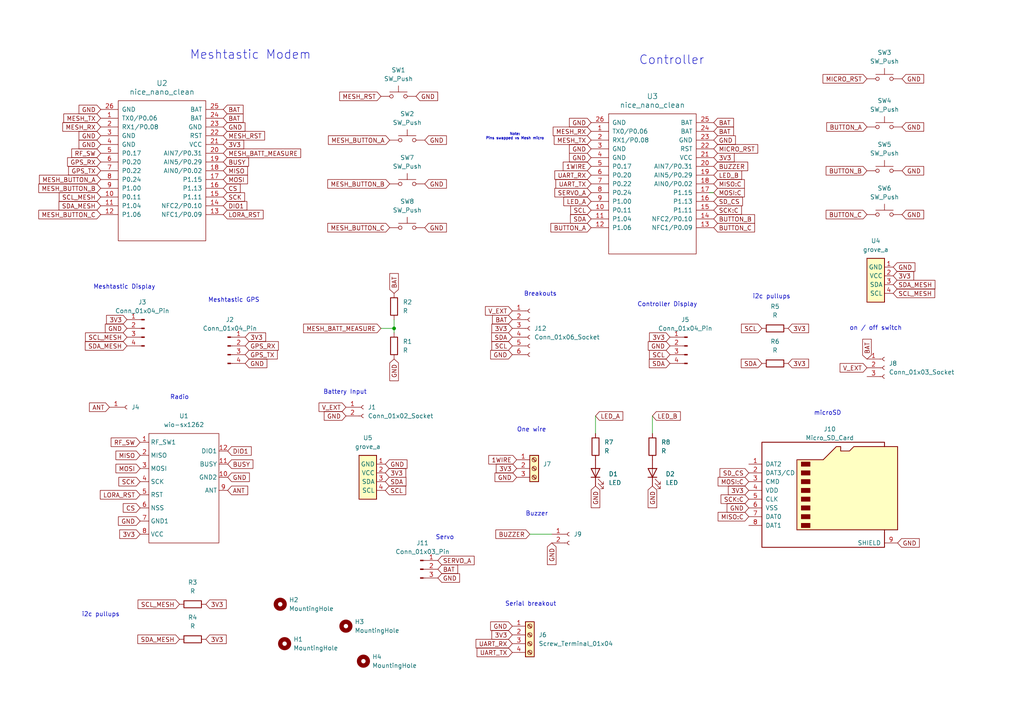
<source format=kicad_sch>
(kicad_sch (version 20231120) (generator "eeschema") (generator_version "8.0")
  (paper "A4")
  (lib_symbols
    (symbol "Connector:Conn_01x01_Socket" (pin_names (offset 1.016) hide)
      (property "Reference" "J" (at 0 2.54 0))
      (property "Value" "Conn_01x01_Socket" (at 0 -2.54 0))
      (symbol "Conn_01x01_Socket_1_1"
        (polyline (pts (xy -1.27 0) (xy -0.508 0)) (stroke (width 0.1524)))
        (arc (start 0 0.508) (mid -0.5058 0) (end 0 -0.508) (stroke (width 0.1524)))
        (pin passive line (at -5.08 0 0) (length 3.81) (name "Pin_1") (number "1"))
      )
    )
    (symbol "Connector:Conn_01x02_Socket" (pin_names (offset 1.016) hide)
      (property "Reference" "J" (at 0 2.54 0))
      (property "Value" "Conn_01x02_Socket" (at 0 -5.08 0))
      (symbol "Conn_01x02_Socket_1_1"
        (arc (start 0 -2.032) (mid -0.5058 -2.54) (end 0 -3.048) (stroke (width 0.1524)))
        (polyline (pts (xy -1.27 -2.54) (xy -0.508 -2.54)) (stroke (width 0.1524)))
        (polyline (pts (xy -1.27 0) (xy -0.508 0)) (stroke (width 0.1524)))
        (arc (start 0 0.508) (mid -0.5058 0) (end 0 -0.508) (stroke (width 0.1524)))
        (pin passive line (at -5.08 0 0) (length 3.81) (name "Pin_1") (number "1"))
        (pin passive line (at -5.08 -2.54 0) (length 3.81) (name "Pin_2") (number "2"))
      )
    )
    (symbol "Connector:Conn_01x03_Pin" (pin_names (offset 1.016) hide)
      (property "Reference" "J" (at 0 5.08 0))
      (property "Value" "Conn_01x03_Pin" (at 0 -5.08 0))
      (symbol "Conn_01x03_Pin_1_1"
        (polyline (pts (xy 1.27 -2.54) (xy 0.8636 -2.54)) (stroke (width 0.1524)))
        (polyline (pts (xy 1.27 0) (xy 0.8636 0)) (stroke (width 0.1524)))
        (polyline (pts (xy 1.27 2.54) (xy 0.8636 2.54)) (stroke (width 0.1524)))
        (rectangle (start 0.8636 -2.413) (end 0 -2.667) (stroke (width 0.1524)) (fill (type outline)))
        (rectangle (start 0.8636 0.127) (end 0 -0.127) (stroke (width 0.1524)) (fill (type outline)))
        (rectangle (start 0.8636 2.667) (end 0 2.413) (stroke (width 0.1524)) (fill (type outline)))
        (pin passive line (at 5.08 2.54 180) (length 3.81) (name "Pin_1") (number "1"))
        (pin passive line (at 5.08 0 180) (length 3.81) (name "Pin_2") (number "2"))
        (pin passive line (at 5.08 -2.54 180) (length 3.81) (name "Pin_3") (number "3"))
      )
    )
    (symbol "Connector:Conn_01x03_Socket" (pin_names (offset 1.016) hide)
      (property "Reference" "J" (at 0 5.08 0))
      (property "Value" "Conn_01x03_Socket" (at 0 -5.08 0))
      (symbol "Conn_01x03_Socket_1_1"
        (arc (start 0 -2.032) (mid -0.5058 -2.54) (end 0 -3.048) (stroke (width 0.1524)))
        (polyline (pts (xy -1.27 -2.54) (xy -0.508 -2.54)) (stroke (width 0.1524)))
        (polyline (pts (xy -1.27 0) (xy -0.508 0)) (stroke (width 0.1524)))
        (polyline (pts (xy -1.27 2.54) (xy -0.508 2.54)) (stroke (width 0.1524)))
        (arc (start 0 0.508) (mid -0.5058 0) (end 0 -0.508) (stroke (width 0.1524)))
        (arc (start 0 3.048) (mid -0.5058 2.54) (end 0 2.032) (stroke (width 0.1524)))
        (pin passive line (at -5.08 2.54 0) (length 3.81) (name "Pin_1") (number "1"))
        (pin passive line (at -5.08 0 0) (length 3.81) (name "Pin_2") (number "2"))
        (pin passive line (at -5.08 -2.54 0) (length 3.81) (name "Pin_3") (number "3"))
      )
    )
    (symbol "Connector:Conn_01x04_Pin" (pin_names (offset 1.016) hide)
      (property "Reference" "J" (at 0 5.08 0))
      (property "Value" "Conn_01x04_Pin" (at 0 -7.62 0))
      (symbol "Conn_01x04_Pin_1_1"
        (polyline (pts (xy 1.27 -5.08) (xy 0.8636 -5.08)) (stroke (width 0.1524)))
        (polyline (pts (xy 1.27 -2.54) (xy 0.8636 -2.54)) (stroke (width 0.1524)))
        (polyline (pts (xy 1.27 0) (xy 0.8636 0)) (stroke (width 0.1524)))
        (polyline (pts (xy 1.27 2.54) (xy 0.8636 2.54)) (stroke (width 0.1524)))
        (rectangle (start 0.8636 -4.953) (end 0 -5.207) (stroke (width 0.1524)) (fill (type outline)))
        (rectangle (start 0.8636 -2.413) (end 0 -2.667) (stroke (width 0.1524)) (fill (type outline)))
        (rectangle (start 0.8636 0.127) (end 0 -0.127) (stroke (width 0.1524)) (fill (type outline)))
        (rectangle (start 0.8636 2.667) (end 0 2.413) (stroke (width 0.1524)) (fill (type outline)))
        (pin passive line (at 5.08 2.54 180) (length 3.81) (name "Pin_1") (number "1"))
        (pin passive line (at 5.08 0 180) (length 3.81) (name "Pin_2") (number "2"))
        (pin passive line (at 5.08 -2.54 180) (length 3.81) (name "Pin_3") (number "3"))
        (pin passive line (at 5.08 -5.08 180) (length 3.81) (name "Pin_4") (number "4"))
      )
    )
    (symbol "Connector:Conn_01x06_Socket" (pin_names (offset 1.016) hide)
      (property "Reference" "J" (at 0 7.62 0))
      (property "Value" "Conn_01x06_Socket" (at 0 -10.16 0))
      (symbol "Conn_01x06_Socket_1_1"
        (arc (start 0 -7.112) (mid -0.5058 -7.62) (end 0 -8.128) (stroke (width 0.1524)))
        (arc (start 0 -4.572) (mid -0.5058 -5.08) (end 0 -5.588) (stroke (width 0.1524)))
        (arc (start 0 -2.032) (mid -0.5058 -2.54) (end 0 -3.048) (stroke (width 0.1524)))
        (polyline (pts (xy -1.27 -7.62) (xy -0.508 -7.62)) (stroke (width 0.1524)))
        (polyline (pts (xy -1.27 -5.08) (xy -0.508 -5.08)) (stroke (width 0.1524)))
        (polyline (pts (xy -1.27 -2.54) (xy -0.508 -2.54)) (stroke (width 0.1524)))
        (polyline (pts (xy -1.27 0) (xy -0.508 0)) (stroke (width 0.1524)))
        (polyline (pts (xy -1.27 2.54) (xy -0.508 2.54)) (stroke (width 0.1524)))
        (polyline (pts (xy -1.27 5.08) (xy -0.508 5.08)) (stroke (width 0.1524)))
        (arc (start 0 0.508) (mid -0.5058 0) (end 0 -0.508) (stroke (width 0.1524)))
        (arc (start 0 3.048) (mid -0.5058 2.54) (end 0 2.032) (stroke (width 0.1524)))
        (arc (start 0 5.588) (mid -0.5058 5.08) (end 0 4.572) (stroke (width 0.1524)))
        (pin passive line (at -5.08 5.08 0) (length 3.81) (name "Pin_1") (number "1"))
        (pin passive line (at -5.08 2.54 0) (length 3.81) (name "Pin_2") (number "2"))
        (pin passive line (at -5.08 0 0) (length 3.81) (name "Pin_3") (number "3"))
        (pin passive line (at -5.08 -2.54 0) (length 3.81) (name "Pin_4") (number "4"))
        (pin passive line (at -5.08 -5.08 0) (length 3.81) (name "Pin_5") (number "5"))
        (pin passive line (at -5.08 -7.62 0) (length 3.81) (name "Pin_6") (number "6"))
      )
    )
    (symbol "Connector:Micro_SD_Card" (pin_names (offset 1.016))
      (property "Reference" "J" (at -16.51 15.24 0))
      (property "Value" "Micro_SD_Card" (at 16.51 15.24 0))
      (symbol "Micro_SD_Card_0_1"
        (rectangle (start -7.62 -9.525) (end -5.08 -10.795) (fill (type outline)))
        (rectangle (start -7.62 -6.985) (end -5.08 -8.255) (fill (type outline)))
        (rectangle (start -7.62 -4.445) (end -5.08 -5.715) (fill (type outline)))
        (rectangle (start -7.62 -1.905) (end -5.08 -3.175) (fill (type outline)))
        (rectangle (start -7.62 0.635) (end -5.08 -0.635) (fill (type outline)))
        (rectangle (start -7.62 3.175) (end -5.08 1.905) (fill (type outline)))
        (rectangle (start -7.62 5.715) (end -5.08 4.445) (fill (type outline)))
        (rectangle (start -7.62 8.255) (end -5.08 6.985) (fill (type outline)))
        (polyline (pts (xy 16.51 12.7) (xy 16.51 13.97) (xy -19.05 13.97) (xy -19.05 -16.51) (xy 16.51 -16.51) (xy 16.51 -11.43)) (stroke (width 0.254)))
        (polyline (pts (xy -8.89 -11.43) (xy -8.89 8.89) (xy -1.27 8.89) (xy 2.54 12.7) (xy 3.81 12.7) (xy 3.81 11.43) (xy 6.35 11.43) (xy 7.62 12.7) (xy 20.32 12.7) (xy 20.32 -11.43) (xy -8.89 -11.43)) (stroke (width 0.254)) (fill (type background)))
      )
      (symbol "Micro_SD_Card_1_1"
        (pin bidirectional line (at -22.86 7.62 0) (length 3.81) (name "DAT2") (number "1"))
        (pin bidirectional line (at -22.86 5.08 0) (length 3.81) (name "DAT3/CD") (number "2"))
        (pin input line (at -22.86 2.54 0) (length 3.81) (name "CMD") (number "3"))
        (pin power_in line (at -22.86 0 0) (length 3.81) (name "VDD") (number "4"))
        (pin input line (at -22.86 -2.54 0) (length 3.81) (name "CLK") (number "5"))
        (pin power_in line (at -22.86 -5.08 0) (length 3.81) (name "VSS") (number "6"))
        (pin bidirectional line (at -22.86 -7.62 0) (length 3.81) (name "DAT0") (number "7"))
        (pin bidirectional line (at -22.86 -10.16 0) (length 3.81) (name "DAT1") (number "8"))
        (pin passive line (at 20.32 -15.24 180) (length 3.81) (name "SHIELD") (number "9"))
      )
    )
    (symbol "Connector:Screw_Terminal_01x03" (pin_names (offset 1.016) hide)
      (property "Reference" "J" (at 0 5.08 0))
      (property "Value" "Screw_Terminal_01x03" (at 0 -5.08 0))
      (symbol "Screw_Terminal_01x03_1_1"
        (rectangle (start -1.27 3.81) (end 1.27 -3.81) (stroke (width 0.254)) (fill (type background)))
        (circle (center 0 -2.54) (radius 0.635) (stroke (width 0.1524)))
        (polyline (pts (xy -0.5334 -2.2098) (xy 0.3302 -3.048)) (stroke (width 0.1524)))
        (polyline (pts (xy -0.5334 0.3302) (xy 0.3302 -0.508)) (stroke (width 0.1524)))
        (polyline (pts (xy -0.5334 2.8702) (xy 0.3302 2.032)) (stroke (width 0.1524)))
        (polyline (pts (xy -0.3556 -2.032) (xy 0.508 -2.8702)) (stroke (width 0.1524)))
        (polyline (pts (xy -0.3556 0.508) (xy 0.508 -0.3302)) (stroke (width 0.1524)))
        (polyline (pts (xy -0.3556 3.048) (xy 0.508 2.2098)) (stroke (width 0.1524)))
        (circle (center 0 0) (radius 0.635) (stroke (width 0.1524)))
        (circle (center 0 2.54) (radius 0.635) (stroke (width 0.1524)))
        (pin passive line (at -5.08 2.54 0) (length 3.81) (name "Pin_1") (number "1"))
        (pin passive line (at -5.08 0 0) (length 3.81) (name "Pin_2") (number "2"))
        (pin passive line (at -5.08 -2.54 0) (length 3.81) (name "Pin_3") (number "3"))
      )
    )
    (symbol "Connector:Screw_Terminal_01x04" (pin_names (offset 1.016) hide)
      (property "Reference" "J" (at 0 5.08 0))
      (property "Value" "Screw_Terminal_01x04" (at 0 -7.62 0))
      (symbol "Screw_Terminal_01x04_1_1"
        (rectangle (start -1.27 3.81) (end 1.27 -6.35) (stroke (width 0.254)) (fill (type background)))
        (circle (center 0 -5.08) (radius 0.635) (stroke (width 0.1524)))
        (circle (center 0 -2.54) (radius 0.635) (stroke (width 0.1524)))
        (polyline (pts (xy -0.5334 -4.7498) (xy 0.3302 -5.588)) (stroke (width 0.1524)))
        (polyline (pts (xy -0.5334 -2.2098) (xy 0.3302 -3.048)) (stroke (width 0.1524)))
        (polyline (pts (xy -0.5334 0.3302) (xy 0.3302 -0.508)) (stroke (width 0.1524)))
        (polyline (pts (xy -0.5334 2.8702) (xy 0.3302 2.032)) (stroke (width 0.1524)))
        (polyline (pts (xy -0.3556 -4.572) (xy 0.508 -5.4102)) (stroke (width 0.1524)))
        (polyline (pts (xy -0.3556 -2.032) (xy 0.508 -2.8702)) (stroke (width 0.1524)))
        (polyline (pts (xy -0.3556 0.508) (xy 0.508 -0.3302)) (stroke (width 0.1524)))
        (polyline (pts (xy -0.3556 3.048) (xy 0.508 2.2098)) (stroke (width 0.1524)))
        (circle (center 0 0) (radius 0.635) (stroke (width 0.1524)))
        (circle (center 0 2.54) (radius 0.635) (stroke (width 0.1524)))
        (pin passive line (at -5.08 2.54 0) (length 3.81) (name "Pin_1") (number "1"))
        (pin passive line (at -5.08 0 0) (length 3.81) (name "Pin_2") (number "2"))
        (pin passive line (at -5.08 -2.54 0) (length 3.81) (name "Pin_3") (number "3"))
        (pin passive line (at -5.08 -5.08 0) (length 3.81) (name "Pin_4") (number "4"))
      )
    )
    (symbol "Device:LED" (pin_numbers hide) (pin_names (offset 1.016) hide)
      (property "Reference" "D" (at 0 2.54 0))
      (property "Value" "LED" (at 0 -2.54 0))
      (symbol "LED_0_1"
        (polyline (pts (xy -1.27 -1.27) (xy -1.27 1.27)) (stroke (width 0.254)))
        (polyline (pts (xy -1.27 0) (xy 1.27 0)))
        (polyline (pts (xy 1.27 -1.27) (xy 1.27 1.27) (xy -1.27 0) (xy 1.27 -1.27)) (stroke (width 0.254)))
        (polyline (pts (xy -3.048 -0.762) (xy -4.572 -2.286) (xy -3.81 -2.286) (xy -4.572 -2.286) (xy -4.572 -1.524)))
        (polyline (pts (xy -1.778 -0.762) (xy -3.302 -2.286) (xy -2.54 -2.286) (xy -3.302 -2.286) (xy -3.302 -1.524)))
      )
      (symbol "LED_1_1"
        (pin passive line (at -3.81 0 0) (length 2.54) (name "K") (number "1"))
        (pin passive line (at 3.81 0 180) (length 2.54) (name "A") (number "2"))
      )
    )
    (symbol "Device:R" (pin_numbers hide) (pin_names (offset 0))
      (property "Reference" "R" (at 2.032 0 90))
      (property "Value" "R" (at 0 0 90))
      (symbol "R_0_1"
        (rectangle (start -1.016 -2.54) (end 1.016 2.54) (stroke (width 0.254)))
      )
      (symbol "R_1_1"
        (pin passive line (at 0 3.81 270) (length 1.27) (name "~") (number "1"))
        (pin passive line (at 0 -3.81 90) (length 1.27) (name "~") (number "2"))
      )
    )
    (symbol "Mechanical:MountingHole" (pin_names (offset 1.016)) (exclude_from_sim yes) (in_bom no)
      (property "Reference" "H" (at 0 5.08 0))
      (property "Value" "MountingHole" (at 0 3.175 0))
      (symbol "MountingHole_0_1"
        (circle (center 0 0) (radius 1.27) (stroke (width 1.27)))
      )
    )
    (symbol "Switch:SW_Push" (pin_numbers hide) (pin_names (offset 1.016) hide)
      (property "Reference" "SW" (at 1.27 2.54 0))
      (property "Value" "SW_Push" (at 0 -1.524 0))
      (symbol "SW_Push_0_1"
        (circle (center -2.032 0) (radius 0.508))
        (polyline (pts (xy 0 1.27) (xy 0 3.048)))
        (polyline (pts (xy 2.54 1.27) (xy -2.54 1.27)))
        (circle (center 2.032 0) (radius 0.508))
        (pin passive line (at -5.08 0 0) (length 2.54) (name "1") (number "1"))
        (pin passive line (at 5.08 0 180) (length 2.54) (name "2") (number "2"))
      )
    )
    (symbol "lucc:grove_a"
      (property "Reference" "U" (at -10.16 10.16 0))
      (property "Value" "grove_a" (at -4.064 11.43 0))
      (symbol "grove_a_0_1"
        (rectangle (start -2.54 7.62) (end 2.54 -5.08) (stroke (width 0.254)) (fill (type background)))
      )
      (symbol "grove_a_1_1"
        (pin bidirectional line (at 5.08 5.08 180) (length 2.54) (name "GND") (number "1"))
        (pin output line (at 5.08 2.54 180) (length 2.54) (name "VCC") (number "2"))
        (pin input line (at 5.08 0 180) (length 2.54) (name "SDA") (number "3"))
        (pin bidirectional line (at 5.08 -2.54 180) (length 2.54) (name "SCL") (number "4"))
      )
    )
    (symbol "nice_nano:nice_nano_clean" (pin_names (offset 1.016))
      (property "Reference" "U" (at 0 0 0))
      (property "Value" "nice_nano_clean" (at 0 2.54 0))
      (symbol "nice_nano_clean_0_1"
        (rectangle (start -12.7 -21.59) (end 12.7 19.05))
      )
      (symbol "nice_nano_clean_1_1"
        (pin input line (at -17.78 13.97 0) (length 5.08) (name "TX0/P0.06") (number "1"))
        (pin input line (at -17.78 -8.89 0) (length 5.08) (name "P0.11") (number "10"))
        (pin input line (at -17.78 -11.43 0) (length 5.08) (name "P1.04") (number "11"))
        (pin input line (at -17.78 -13.97 0) (length 5.08) (name "P1.06") (number "12"))
        (pin input line (at 17.78 -13.97 180) (length 5.08) (name "NFC1/P0.09") (number "13"))
        (pin input line (at 17.78 -11.43 180) (length 5.08) (name "NFC2/P0.10") (number "14"))
        (pin input line (at 17.78 -8.89 180) (length 5.08) (name "P1.11") (number "15"))
        (pin input line (at 17.78 -6.35 180) (length 5.08) (name "P1.13") (number "16"))
        (pin input line (at 17.78 -3.81 180) (length 5.08) (name "P1.15") (number "17"))
        (pin input line (at 17.78 -1.27 180) (length 5.08) (name "AIN0/P0.02") (number "18"))
        (pin input line (at 17.78 1.27 180) (length 5.08) (name "AIN5/P0.29") (number "19"))
        (pin input line (at -17.78 11.43 0) (length 5.08) (name "RX1/P0.08") (number "2"))
        (pin input line (at 17.78 3.81 180) (length 5.08) (name "AIN7/P0.31") (number "20"))
        (pin input line (at 17.78 6.35 180) (length 5.08) (name "VCC") (number "21"))
        (pin input line (at 17.78 8.89 180) (length 5.08) (name "RST") (number "22"))
        (pin input line (at 17.78 11.43 180) (length 5.08) (name "GND") (number "23"))
        (pin input line (at 17.78 13.97 180) (length 5.08) (name "BAT") (number "24"))
        (pin input line (at 17.78 16.51 180) (length 5.08) (name "BAT") (number "25"))
        (pin input line (at -17.78 16.51 0) (length 5.08) (name "GND") (number "26"))
        (pin input line (at -17.78 8.89 0) (length 5.08) (name "GND") (number "3"))
        (pin input line (at -17.78 6.35 0) (length 5.08) (name "GND") (number "4"))
        (pin input line (at -17.78 3.81 0) (length 5.08) (name "P0.17") (number "5"))
        (pin input line (at -17.78 1.27 0) (length 5.08) (name "P0.20") (number "6"))
        (pin input line (at -17.78 -1.27 0) (length 5.08) (name "P0.22") (number "7"))
        (pin input line (at -17.78 -3.81 0) (length 5.08) (name "P0.24") (number "8"))
        (pin input line (at -17.78 -6.35 0) (length 5.08) (name "P1.00") (number "9"))
      )
    )
    (symbol "sweet-p:wio-sx1262"
      (property "Reference" "U" (at -1.27 13.97 0))
      (property "Value" "wio-sx1262" (at -1.27 11.43 0))
      (symbol "wio-sx1262_0_1"
        (rectangle (start -6.35 8.89) (end 13.97 -22.86))
      )
      (symbol "wio-sx1262_1_1"
        (pin input line (at -8.89 6.35 0) (length 2.54) (name "RF_SW1") (number "1"))
        (pin input line (at 16.51 -3.81 180) (length 2.54) (name "GND2") (number "10"))
        (pin input line (at 16.51 0 180) (length 2.54) (name "BUSY") (number "11"))
        (pin input line (at 16.51 3.81 180) (length 2.54) (name "DIO1") (number "12"))
        (pin input line (at -8.89 2.54 0) (length 2.54) (name "MISO") (number "2"))
        (pin input line (at -8.89 -1.27 0) (length 2.54) (name "MOSI") (number "3"))
        (pin input line (at -8.89 -5.08 0) (length 2.54) (name "SCK") (number "4"))
        (pin input line (at -8.89 -8.89 0) (length 2.54) (name "RST") (number "5"))
        (pin input line (at -8.89 -12.7 0) (length 2.54) (name "NSS") (number "6"))
        (pin input line (at -8.89 -16.51 0) (length 2.54) (name "GND1") (number "7"))
        (pin input line (at -8.89 -20.32 0) (length 2.54) (name "VCC") (number "8"))
        (pin input line (at 16.51 -7.62 180) (length 2.54) (name "ANT") (number "9"))
      )
    )
  )
  (junction (at 114.3 95.25))
  (wire (pts (xy 114.3 95.25) (xy 114.3 96.52)))
  (wire (pts (xy 110.49 95.25) (xy 114.3 95.25)))
  (wire (pts (xy 153.67 154.94) (xy 160.02 154.94)))
  (wire (pts (xy 114.3 92.71) (xy 114.3 95.25)))
  (wire (pts (xy 172.72 120.65) (xy 172.72 125.73)))
  (wire (pts (xy 205.74 55.88) (xy 207.01 55.88)))
  (wire (pts (xy 189.23 120.65) (xy 189.23 125.73)))
  (text "microSD" (at 240.03 119.888 0) (effects (font (size 1.27 1.27))))
  (text "Note:\nPins swapped vs Mesh micro" (at 149.352 39.624 0) (effects (font (size 0.762 0.762))))
  (text "Meshtastic GPS" (at 67.818 87.122 0) (effects (font (size 1.27 1.27))))
  (text "Controller Display" (at 193.548 88.392 0) (effects (font (size 1.27 1.27))))
  (text "Meshtastic Modem" (at 72.644 16.002 0) (effects (font (size 2.54 2.54))))
  (text "Serial breakout" (at 153.924 175.26 0) (effects (font (size 1.27 1.27))))
  (text "Buzzer" (at 155.702 149.098 0) (effects (font (size 1.27 1.27))))
  (text "Controller" (at 194.818 17.526 0) (effects (font (size 2.54 2.54))))
  (text "on / off switch" (at 254 95.25 0) (effects (font (size 1.27 1.27))))
  (text "One wire" (at 154.178 124.714 0) (effects (font (size 1.27 1.27))))
  (text "Breakouts" (at 156.718 85.344 0) (effects (font (size 1.27 1.27))))
  (text "i2c pullups" (at 223.774 86.106 0) (effects (font (size 1.27 1.27))))
  (text "i2c pullups" (at 29.21 178.308 0) (effects (font (size 1.27 1.27))))
  (text "Meshtastic Display" (at 36.068 83.312 0) (effects (font (size 1.27 1.27))))
  (text "Radio" (at 52.07 115.316 0) (effects (font (size 1.27 1.27))))
  (text "Battery Input" (at 100.076 113.792 0) (effects (font (size 1.27 1.27))))
  (text "Servo" (at 129.032 155.956 0) (effects (font (size 1.27 1.27))))
  (global_label "SCL" (shape input) (at 194.31 102.87 180) (property "Intersheetrefs" "${INTERSHEET_REFS}" (effects (hide yes))))
  (global_label "UART_RX" (shape input) (at 171.45 50.8 180) (property "Intersheetrefs" "${INTERSHEET_REFS}" (effects (hide yes))))
  (global_label "GND" (shape input) (at 189.23 140.97 270) (property "Intersheetrefs" "${INTERSHEET_REFS}" (effects (hide yes))))
  (global_label "GND" (shape input) (at 123.19 40.64 0) (property "Intersheetrefs" "${INTERSHEET_REFS}" (effects (hide yes))))
  (global_label "UART_TX" (shape input) (at 171.45 53.34 180) (property "Intersheetrefs" "${INTERSHEET_REFS}" (effects (hide yes))))
  (global_label "GPS_RX" (shape input) (at 29.21 46.99 180) (property "Intersheetrefs" "${INTERSHEET_REFS}" (effects (hide yes))))
  (global_label "GND" (shape input) (at 259.08 77.47 0) (property "Intersheetrefs" "${INTERSHEET_REFS}" (effects (hide yes))))
  (global_label "GND" (shape input) (at 261.62 49.53 0) (property "Intersheetrefs" "${INTERSHEET_REFS}" (effects (hide yes))))
  (global_label "BUTTON_C" (shape input) (at 251.46 62.23 180) (property "Intersheetrefs" "${INTERSHEET_REFS}" (effects (hide yes))))
  (global_label "SDA_MESH" (shape input) (at 36.83 100.33 180) (property "Intersheetrefs" "${INTERSHEET_REFS}" (effects (hide yes))))
  (global_label "GND" (shape input) (at 100.33 120.65 180) (property "Intersheetrefs" "${INTERSHEET_REFS}" (effects (hide yes))))
  (global_label "MESH_BUTTON_A" (shape input) (at 113.03 40.64 180) (property "Intersheetrefs" "${INTERSHEET_REFS}" (effects (hide yes))))
  (global_label "GND" (shape input) (at 207.01 40.64 0) (property "Intersheetrefs" "${INTERSHEET_REFS}" (effects (hide yes))))
  (global_label "MESH_BUTTON_C" (shape input) (at 29.21 62.23 180) (property "Intersheetrefs" "${INTERSHEET_REFS}" (effects (hide yes))))
  (global_label "GND" (shape input) (at 29.21 39.37 180) (property "Intersheetrefs" "${INTERSHEET_REFS}" (effects (hide yes))))
  (global_label "MESH_RST" (shape input) (at 110.49 27.94 180) (property "Intersheetrefs" "${INTERSHEET_REFS}" (effects (hide yes))))
  (global_label "BAT" (shape input) (at 251.46 104.14 90) (property "Intersheetrefs" "${INTERSHEET_REFS}" (effects (hide yes))))
  (global_label "BAT" (shape input) (at 207.01 35.56 0) (property "Intersheetrefs" "${INTERSHEET_REFS}" (effects (hide yes))))
  (global_label "SDA" (shape input) (at 220.98 105.41 180) (property "Intersheetrefs" "${INTERSHEET_REFS}" (effects (hide yes))))
  (global_label "GND" (shape input) (at 120.65 27.94 0) (property "Intersheetrefs" "${INTERSHEET_REFS}" (effects (hide yes))))
  (global_label "GND" (shape input) (at 127 167.64 0) (property "Intersheetrefs" "${INTERSHEET_REFS}" (effects (hide yes))))
  (global_label "ANT" (shape input) (at 31.75 118.11 180) (property "Intersheetrefs" "${INTERSHEET_REFS}" (effects (hide yes))))
  (global_label "BUZZER" (shape input) (at 207.01 48.26 0) (property "Intersheetrefs" "${INTERSHEET_REFS}" (effects (hide yes))))
  (global_label "MOSI:C" (shape input) (at 207.01 55.88 0) (property "Intersheetrefs" "${INTERSHEET_REFS}" (effects (hide yes))))
  (global_label "BUSY" (shape input) (at 64.77 46.99 0) (property "Intersheetrefs" "${INTERSHEET_REFS}" (effects (hide yes))))
  (global_label "GPS_RX" (shape input) (at 71.12 100.33 0) (property "Intersheetrefs" "${INTERSHEET_REFS}" (effects (hide yes))))
  (global_label "MISO:C" (shape input) (at 207.01 53.34 0) (property "Intersheetrefs" "${INTERSHEET_REFS}" (effects (hide yes))))
  (global_label "GPS_TX" (shape input) (at 71.12 102.87 0) (property "Intersheetrefs" "${INTERSHEET_REFS}" (effects (hide yes))))
  (global_label "RF_SW" (shape input) (at 40.64 128.27 180) (property "Intersheetrefs" "${INTERSHEET_REFS}" (effects (hide yes))))
  (global_label "GND" (shape input) (at 149.86 138.43 180) (property "Intersheetrefs" "${INTERSHEET_REFS}" (effects (hide yes))))
  (global_label "GND" (shape input) (at 194.31 100.33 180) (property "Intersheetrefs" "${INTERSHEET_REFS}" (effects (hide yes))))
  (global_label "GND" (shape input) (at 217.17 147.32 180) (property "Intersheetrefs" "${INTERSHEET_REFS}" (effects (hide yes))))
  (global_label "BUSY" (shape input) (at 66.04 134.62 0) (property "Intersheetrefs" "${INTERSHEET_REFS}" (effects (hide yes))))
  (global_label "SCL_MESH" (shape input) (at 36.83 97.79 180) (property "Intersheetrefs" "${INTERSHEET_REFS}" (effects (hide yes))))
  (global_label "MESH_BUTTON_B" (shape input) (at 113.03 53.34 180) (property "Intersheetrefs" "${INTERSHEET_REFS}" (effects (hide yes))))
  (global_label "GND" (shape input) (at 29.21 41.91 180) (property "Intersheetrefs" "${INTERSHEET_REFS}" (effects (hide yes))))
  (global_label "MISO:C" (shape input) (at 217.17 149.86 180) (property "Intersheetrefs" "${INTERSHEET_REFS}" (effects (hide yes))))
  (global_label "3V3" (shape input) (at 71.12 97.79 0) (property "Intersheetrefs" "${INTERSHEET_REFS}" (effects (hide yes))))
  (global_label "BUTTON_B" (shape input) (at 251.46 49.53 180) (property "Intersheetrefs" "${INTERSHEET_REFS}" (effects (hide yes))))
  (global_label "UART_RX" (shape input) (at 148.59 186.69 180) (property "Intersheetrefs" "${INTERSHEET_REFS}" (effects (hide yes))))
  (global_label "RF_SW" (shape input) (at 29.21 44.45 180) (property "Intersheetrefs" "${INTERSHEET_REFS}" (effects (hide yes))))
  (global_label "ANT" (shape input) (at 66.04 142.24 0) (property "Intersheetrefs" "${INTERSHEET_REFS}" (effects (hide yes))))
  (global_label "LORA_RST" (shape input) (at 40.64 143.51 180) (property "Intersheetrefs" "${INTERSHEET_REFS}" (effects (hide yes))))
  (global_label "GND" (shape input) (at 172.72 140.97 270) (property "Intersheetrefs" "${INTERSHEET_REFS}" (effects (hide yes))))
  (global_label "LED_A" (shape input) (at 171.45 58.42 180) (property "Intersheetrefs" "${INTERSHEET_REFS}" (effects (hide yes))))
  (global_label "GND" (shape input) (at 64.77 36.83 0) (property "Intersheetrefs" "${INTERSHEET_REFS}" (effects (hide yes))))
  (global_label "GND" (shape input) (at 171.45 43.18 180) (property "Intersheetrefs" "${INTERSHEET_REFS}" (effects (hide yes))))
  (global_label "3V3" (shape input) (at 40.64 154.94 180) (property "Intersheetrefs" "${INTERSHEET_REFS}" (effects (hide yes))))
  (global_label "SDA_MESH" (shape input) (at 29.21 59.69 180) (property "Intersheetrefs" "${INTERSHEET_REFS}" (effects (hide yes))))
  (global_label "3V3" (shape input) (at 36.83 92.71 180) (property "Intersheetrefs" "${INTERSHEET_REFS}" (effects (hide yes))))
  (global_label "GND" (shape input) (at 111.76 134.62 0) (property "Intersheetrefs" "${INTERSHEET_REFS}" (effects (hide yes))))
  (global_label "GND" (shape input) (at 71.12 105.41 0) (property "Intersheetrefs" "${INTERSHEET_REFS}" (effects (hide yes))))
  (global_label "BAT" (shape input) (at 64.77 34.29 0) (property "Intersheetrefs" "${INTERSHEET_REFS}" (effects (hide yes))))
  (global_label "1WIRE" (shape input) (at 171.45 48.26 180) (property "Intersheetrefs" "${INTERSHEET_REFS}" (effects (hide yes))))
  (global_label "3V3" (shape input) (at 194.31 97.79 180) (property "Intersheetrefs" "${INTERSHEET_REFS}" (effects (hide yes))))
  (global_label "MESH_RX" (shape input) (at 171.45 38.1 180) (property "Intersheetrefs" "${INTERSHEET_REFS}" (effects (hide yes))))
  (global_label "SCL_MESH" (shape input) (at 259.08 85.09 0) (property "Intersheetrefs" "${INTERSHEET_REFS}" (effects (hide yes))))
  (global_label "GND" (shape input) (at 40.64 151.13 180) (property "Intersheetrefs" "${INTERSHEET_REFS}" (effects (hide yes))))
  (global_label "BUTTON_B" (shape input) (at 207.01 63.5 0) (property "Intersheetrefs" "${INTERSHEET_REFS}" (effects (hide yes))))
  (global_label "MESH_RX" (shape input) (at 29.21 36.83 180) (property "Intersheetrefs" "${INTERSHEET_REFS}" (effects (hide yes))))
  (global_label "MOSI" (shape input) (at 40.64 135.89 180) (property "Intersheetrefs" "${INTERSHEET_REFS}" (effects (hide yes))))
  (global_label "MESH_RST" (shape input) (at 64.77 39.37 0) (property "Intersheetrefs" "${INTERSHEET_REFS}" (effects (hide yes))))
  (global_label "BUTTON_C" (shape input) (at 207.01 66.04 0) (property "Intersheetrefs" "${INTERSHEET_REFS}" (effects (hide yes))))
  (global_label "GND" (shape input) (at 261.62 62.23 0) (property "Intersheetrefs" "${INTERSHEET_REFS}" (effects (hide yes))))
  (global_label "MOSI" (shape input) (at 64.77 52.07 0) (property "Intersheetrefs" "${INTERSHEET_REFS}" (effects (hide yes))))
  (global_label "CS" (shape input) (at 64.77 54.61 0) (property "Intersheetrefs" "${INTERSHEET_REFS}" (effects (hide yes))))
  (global_label "GND" (shape input) (at 171.45 45.72 180) (property "Intersheetrefs" "${INTERSHEET_REFS}" (effects (hide yes))))
  (global_label "SDA_MESH" (shape input) (at 259.08 82.55 0) (property "Intersheetrefs" "${INTERSHEET_REFS}" (effects (hide yes))))
  (global_label "GND" (shape input) (at 260.35 157.48 0) (property "Intersheetrefs" "${INTERSHEET_REFS}" (effects (hide yes))))
  (global_label "SDA" (shape input) (at 111.76 139.7 0) (property "Intersheetrefs" "${INTERSHEET_REFS}" (effects (hide yes))))
  (global_label "SCL" (shape input) (at 148.59 100.33 180) (property "Intersheetrefs" "${INTERSHEET_REFS}" (effects (hide yes))))
  (global_label "GND" (shape input) (at 36.83 95.25 180) (property "Intersheetrefs" "${INTERSHEET_REFS}" (effects (hide yes))))
  (global_label "GND" (shape input) (at 123.19 66.04 0) (property "Intersheetrefs" "${INTERSHEET_REFS}" (effects (hide yes))))
  (global_label "V_EXT" (shape input) (at 251.46 106.68 180) (property "Intersheetrefs" "${INTERSHEET_REFS}" (effects (hide yes))))
  (global_label "SCK" (shape input) (at 64.77 57.15 0) (property "Intersheetrefs" "${INTERSHEET_REFS}" (effects (hide yes))))
  (global_label "LED_B" (shape input) (at 207.01 50.8 0) (property "Intersheetrefs" "${INTERSHEET_REFS}" (effects (hide yes))))
  (global_label "3V3" (shape input) (at 207.01 45.72 0) (property "Intersheetrefs" "${INTERSHEET_REFS}" (effects (hide yes))))
  (global_label "SCK:C" (shape input) (at 207.01 60.96 0) (property "Intersheetrefs" "${INTERSHEET_REFS}" (effects (hide yes))))
  (global_label "MESH_BATT_MEASURE" (shape input) (at 110.49 95.25 180) (property "Intersheetrefs" "${INTERSHEET_REFS}" (effects (hide yes))))
  (global_label "MESH_BUTTON_B" (shape input) (at 29.21 54.61 180) (property "Intersheetrefs" "${INTERSHEET_REFS}" (effects (hide yes))))
  (global_label "BAT" (shape input) (at 64.77 31.75 0) (property "Intersheetrefs" "${INTERSHEET_REFS}" (effects (hide yes))))
  (global_label "3V3" (shape input) (at 111.76 137.16 0) (property "Intersheetrefs" "${INTERSHEET_REFS}" (effects (hide yes))))
  (global_label "MESH_BUTTON_C" (shape input) (at 113.03 66.04 180) (property "Intersheetrefs" "${INTERSHEET_REFS}" (effects (hide yes))))
  (global_label "GND" (shape input) (at 114.3 104.14 270) (property "Intersheetrefs" "${INTERSHEET_REFS}" (effects (hide yes))))
  (global_label "GND" (shape input) (at 66.04 138.43 0) (property "Intersheetrefs" "${INTERSHEET_REFS}" (effects (hide yes))))
  (global_label "GND" (shape input) (at 261.62 22.86 0) (property "Intersheetrefs" "${INTERSHEET_REFS}" (effects (hide yes))))
  (global_label "3V3" (shape input) (at 59.69 185.42 0) (property "Intersheetrefs" "${INTERSHEET_REFS}" (effects (hide yes))))
  (global_label "GND" (shape input) (at 160.02 157.48 270) (property "Intersheetrefs" "${INTERSHEET_REFS}" (effects (hide yes))))
  (global_label "MESH_TX" (shape input) (at 171.45 40.64 180) (property "Intersheetrefs" "${INTERSHEET_REFS}" (effects (hide yes))))
  (global_label "MICRO_RST" (shape input) (at 251.46 22.86 180) (property "Intersheetrefs" "${INTERSHEET_REFS}" (effects (hide yes))))
  (global_label "DIO1" (shape input) (at 64.77 59.69 0) (property "Intersheetrefs" "${INTERSHEET_REFS}" (effects (hide yes))))
  (global_label "SD_CS" (shape input) (at 207.01 58.42 0) (property "Intersheetrefs" "${INTERSHEET_REFS}" (effects (hide yes))))
  (global_label "3V3" (shape input) (at 148.59 184.15 180) (property "Intersheetrefs" "${INTERSHEET_REFS}" (effects (hide yes))))
  (global_label "UART_TX" (shape input) (at 148.59 189.23 180) (property "Intersheetrefs" "${INTERSHEET_REFS}" (effects (hide yes))))
  (global_label "CS" (shape input) (at 40.64 147.32 180) (property "Intersheetrefs" "${INTERSHEET_REFS}" (effects (hide yes))))
  (global_label "GND" (shape input) (at 123.19 53.34 0) (property "Intersheetrefs" "${INTERSHEET_REFS}" (effects (hide yes))))
  (global_label "GPS_TX" (shape input) (at 29.21 49.53 180) (property "Intersheetrefs" "${INTERSHEET_REFS}" (effects (hide yes))))
  (global_label "GND" (shape input) (at 171.45 35.56 180) (property "Intersheetrefs" "${INTERSHEET_REFS}" (effects (hide yes))))
  (global_label "MESH_BATT_MEASURE" (shape input) (at 64.77 44.45 0) (property "Intersheetrefs" "${INTERSHEET_REFS}" (effects (hide yes))))
  (global_label "1WIRE" (shape input) (at 149.86 133.35 180) (property "Intersheetrefs" "${INTERSHEET_REFS}" (effects (hide yes))))
  (global_label "MISO" (shape input) (at 64.77 49.53 0) (property "Intersheetrefs" "${INTERSHEET_REFS}" (effects (hide yes))))
  (global_label "GND" (shape input) (at 261.62 36.83 0) (property "Intersheetrefs" "${INTERSHEET_REFS}" (effects (hide yes))))
  (global_label "V_EXT" (shape input) (at 148.59 90.17 180) (property "Intersheetrefs" "${INTERSHEET_REFS}" (effects (hide yes))))
  (global_label "3V3" (shape input) (at 64.77 41.91 0) (property "Intersheetrefs" "${INTERSHEET_REFS}" (effects (hide yes))))
  (global_label "MOSI:C" (shape input) (at 217.17 139.7 180) (property "Intersheetrefs" "${INTERSHEET_REFS}" (effects (hide yes))))
  (global_label "SERVO_A" (shape input) (at 171.45 55.88 180) (property "Intersheetrefs" "${INTERSHEET_REFS}" (effects (hide yes))))
  (global_label "SDA_MESH" (shape input) (at 52.07 185.42 180) (property "Intersheetrefs" "${INTERSHEET_REFS}" (effects (hide yes))))
  (global_label "SCK" (shape input) (at 40.64 139.7 180) (property "Intersheetrefs" "${INTERSHEET_REFS}" (effects (hide yes))))
  (global_label "BUZZER" (shape input) (at 153.67 154.94 180) (property "Intersheetrefs" "${INTERSHEET_REFS}" (effects (hide yes))))
  (global_label "MESH_TX" (shape input) (at 29.21 34.29 180) (property "Intersheetrefs" "${INTERSHEET_REFS}" (effects (hide yes))))
  (global_label "SCL" (shape input) (at 220.98 95.25 180) (property "Intersheetrefs" "${INTERSHEET_REFS}" (effects (hide yes))))
  (global_label "3V3" (shape input) (at 148.59 95.25 180) (property "Intersheetrefs" "${INTERSHEET_REFS}" (effects (hide yes))))
  (global_label "SCL_MESH" (shape input) (at 52.07 175.26 180) (property "Intersheetrefs" "${INTERSHEET_REFS}" (effects (hide yes))))
  (global_label "SDA" (shape input) (at 194.31 105.41 180) (property "Intersheetrefs" "${INTERSHEET_REFS}" (effects (hide yes))))
  (global_label "LED_B" (shape input) (at 189.23 120.65 0) (property "Intersheetrefs" "${INTERSHEET_REFS}" (effects (hide yes))))
  (global_label "MISO" (shape input) (at 40.64 132.08 180) (property "Intersheetrefs" "${INTERSHEET_REFS}" (effects (hide yes))))
  (global_label "GND" (shape input) (at 148.59 102.87 180) (property "Intersheetrefs" "${INTERSHEET_REFS}" (effects (hide yes))))
  (global_label "SCL_MESH" (shape input) (at 29.21 57.15 180) (property "Intersheetrefs" "${INTERSHEET_REFS}" (effects (hide yes))))
  (global_label "SERVO_A" (shape input) (at 127 162.56 0) (property "Intersheetrefs" "${INTERSHEET_REFS}" (effects (hide yes))))
  (global_label "GND" (shape input) (at 29.21 31.75 180) (property "Intersheetrefs" "${INTERSHEET_REFS}" (effects (hide yes))))
  (global_label "3V3" (shape input) (at 59.69 175.26 0) (property "Intersheetrefs" "${INTERSHEET_REFS}" (effects (hide yes))))
  (global_label "BAT" (shape input) (at 127 165.1 0) (property "Intersheetrefs" "${INTERSHEET_REFS}" (effects (hide yes))))
  (global_label "BUTTON_A" (shape input) (at 251.46 36.83 180) (property "Intersheetrefs" "${INTERSHEET_REFS}" (effects (hide yes))))
  (global_label "LORA_RST" (shape input) (at 64.77 62.23 0) (property "Intersheetrefs" "${INTERSHEET_REFS}" (effects (hide yes))))
  (global_label "V_EXT" (shape input) (at 100.33 118.11 180) (property "Intersheetrefs" "${INTERSHEET_REFS}" (effects (hide yes))))
  (global_label "GND" (shape input) (at 148.59 181.61 180) (property "Intersheetrefs" "${INTERSHEET_REFS}" (effects (hide yes))))
  (global_label "LED_A" (shape input) (at 172.72 120.65 0) (property "Intersheetrefs" "${INTERSHEET_REFS}" (effects (hide yes))))
  (global_label "3V3" (shape input) (at 259.08 80.01 0) (property "Intersheetrefs" "${INTERSHEET_REFS}" (effects (hide yes))))
  (global_label "3V3" (shape input) (at 228.6 95.25 0) (property "Intersheetrefs" "${INTERSHEET_REFS}" (effects (hide yes))))
  (global_label "SDA" (shape input) (at 171.45 63.5 180) (property "Intersheetrefs" "${INTERSHEET_REFS}" (effects (hide yes))))
  (global_label "SDA" (shape input) (at 148.59 97.79 180) (property "Intersheetrefs" "${INTERSHEET_REFS}" (effects (hide yes))))
  (global_label "BAT" (shape input) (at 148.59 92.71 180) (property "Intersheetrefs" "${INTERSHEET_REFS}" (effects (hide yes))))
  (global_label "BAT" (shape input) (at 207.01 38.1 0) (property "Intersheetrefs" "${INTERSHEET_REFS}" (effects (hide yes))))
  (global_label "MICRO_RST" (shape input) (at 207.01 43.18 0) (property "Intersheetrefs" "${INTERSHEET_REFS}" (effects (hide yes))))
  (global_label "3V3" (shape input) (at 228.6 105.41 0) (property "Intersheetrefs" "${INTERSHEET_REFS}" (effects (hide yes))))
  (global_label "3V3" (shape input) (at 217.17 142.24 180) (property "Intersheetrefs" "${INTERSHEET_REFS}" (effects (hide yes))))
  (global_label "SD_CS" (shape input) (at 217.17 137.16 180) (property "Intersheetrefs" "${INTERSHEET_REFS}" (effects (hide yes))))
  (global_label "SCK:C" (shape input) (at 217.17 144.78 180) (property "Intersheetrefs" "${INTERSHEET_REFS}" (effects (hide yes))))
  (global_label "BAT" (shape input) (at 114.3 85.09 90) (property "Intersheetrefs" "${INTERSHEET_REFS}" (effects (hide yes))))
  (global_label "DIO1" (shape input) (at 66.04 130.81 0) (property "Intersheetrefs" "${INTERSHEET_REFS}" (effects (hide yes))))
  (global_label "SCL" (shape input) (at 171.45 60.96 180) (property "Intersheetrefs" "${INTERSHEET_REFS}" (effects (hide yes))))
  (global_label "BUTTON_A" (shape input) (at 171.45 66.04 180) (property "Intersheetrefs" "${INTERSHEET_REFS}" (effects (hide yes))))
  (global_label "SCL" (shape input) (at 111.76 142.24 0) (property "Intersheetrefs" "${INTERSHEET_REFS}" (effects (hide yes))))
  (global_label "3V3" (shape input) (at 149.86 135.89 180) (property "Intersheetrefs" "${INTERSHEET_REFS}" (effects (hide yes))))
  (global_label "MESH_BUTTON_A" (shape input) (at 29.21 52.07 180) (property "Intersheetrefs" "${INTERSHEET_REFS}" (effects (hide yes))))
  (symbol (lib_id "Switch:SW_Push") (at 256.54 22.86 0) (unit 1)
    (property "Reference" "SW3" (at 256.54 15.24 0))
    (property "Value" "SW_Push" (at 256.54 17.78 0))
    (property "Footprint" "Button_Switch_THT:SW_Tactile_SPST_Angled_PTS645Vx31-2LFS" (effects (hide yes)))
    (property "Description" "Push button switch, generic, two pins" (effects (hide yes)))
  )
  (symbol (lib_id "Connector:Conn_01x03_Socket") (at 256.54 106.68 0) (unit 1)
    (property "Reference" "J8" (at 257.81 105.4099 0) (effects (justify left)))
    (property "Value" "Conn_01x03_Socket" (at 257.81 107.9499 0) (effects (justify left)))
    (property "Footprint" "footprints:usual_switch" (effects (hide yes)))
    (property "Description" "Generic connector, single row, 01x03, script generated" (effects (hide yes)))
  )
  (symbol (lib_id "Device:R") (at 224.79 95.25 90) (unit 1)
    (property "Reference" "R5" (at 224.79 88.9 90))
    (property "Value" "R" (at 224.79 91.44 90))
    (property "Footprint" "Resistor_THT:R_Axial_DIN0204_L3.6mm_D1.6mm_P1.90mm_Vertical" (effects (hide yes)))
    (property "Description" "Resistor" (effects (hide yes)))
  )
  (symbol (lib_id "Device:R") (at 224.79 105.41 90) (unit 1)
    (property "Reference" "R6" (at 224.79 99.06 90))
    (property "Value" "R" (at 224.79 101.6 90))
    (property "Footprint" "Resistor_THT:R_Axial_DIN0204_L3.6mm_D1.6mm_P1.90mm_Vertical" (effects (hide yes)))
    (property "Description" "Resistor" (effects (hide yes)))
  )
  (symbol (lib_id "Device:R") (at 55.88 185.42 90) (unit 1)
    (property "Reference" "R4" (at 55.88 179.07 90))
    (property "Value" "R" (at 55.88 181.61 90))
    (property "Footprint" "Resistor_THT:R_Axial_DIN0204_L3.6mm_D1.6mm_P1.90mm_Vertical" (effects (hide yes)))
    (property "Description" "Resistor" (effects (hide yes)))
  )
  (symbol (lib_id "Connector:Conn_01x04_Pin") (at 199.39 100.33 0) (mirror y) (unit 1)
    (property "Reference" "J5" (at 198.755 92.71 0))
    (property "Value" "Conn_01x04_Pin" (at 198.755 95.25 0))
    (property "Footprint" "footprints:ssd1306_a" (effects (hide yes)))
    (property "Description" "Generic connector, single row, 01x04, script generated" (effects (hide yes)))
  )
  (symbol (lib_id "Device:LED") (at 189.23 137.16 90) (unit 1)
    (property "Reference" "D2" (at 193.04 137.4774 90) (effects (justify right)))
    (property "Value" "LED" (at 193.04 140.0174 90) (effects (justify right)))
    (property "Footprint" "LED_THT:LED_D3.0mm" (effects (hide yes)))
    (property "Description" "Light emitting diode" (effects (hide yes)))
  )
  (symbol (lib_id "Switch:SW_Push") (at 256.54 62.23 0) (unit 1)
    (property "Reference" "SW6" (at 256.54 54.61 0))
    (property "Value" "SW_Push" (at 256.54 57.15 0))
    (property "Footprint" "Button_Switch_THT:SW_Tactile_SPST_Angled_PTS645Vx31-2LFS" (effects (hide yes)))
    (property "Description" "Push button switch, generic, two pins" (effects (hide yes)))
  )
  (symbol (lib_id "Connector:Screw_Terminal_01x03") (at 154.94 135.89 0) (unit 1)
    (property "Reference" "J7" (at 157.48 134.6199 0) (effects (justify left)))
    (property "Value" "Screw_Terminal_01x03" (effects (hide yes)))
    (property "Footprint" "TerminalBlock_Phoenix:TerminalBlock_Phoenix_MKDS-1,5-3-5.08_1x03_P5.08mm_Horizontal" (effects (hide yes)))
    (property "Description" "Generic screw terminal, single row, 01x03, script generated (kicad-library-utils/schlib/autogen/connector/)" (effects (hide yes)))
  )
  (symbol (lib_id "Connector:Conn_01x02_Socket") (at 105.41 118.11 0) (unit 1)
    (property "Reference" "J1" (at 106.68 118.1099 0) (effects (justify left)))
    (property "Value" "Conn_01x02_Socket" (at 106.68 120.6499 0) (effects (justify left)))
    (property "Footprint" "Connector_JST:JST_PH_B2B-PH-K_1x02_P2.00mm_Vertical" (effects (hide yes)))
    (property "Description" "Generic connector, single row, 01x02, script generated" (effects (hide yes)))
  )
  (symbol (lib_id "Connector:Screw_Terminal_01x04") (at 153.67 184.15 0) (unit 1)
    (property "Reference" "J6" (at 156.21 184.1499 0) (effects (justify left)))
    (property "Value" "Screw_Terminal_01x04" (at 156.21 186.6899 0) (effects (justify left)))
    (property "Footprint" "TerminalBlock_Phoenix:TerminalBlock_Phoenix_MKDS-1,5-4-5.08_1x04_P5.08mm_Horizontal" (effects (hide yes)))
    (property "Description" "Generic screw terminal, single row, 01x04, script generated (kicad-library-utils/schlib/autogen/connector/)" (effects (hide yes)))
  )
  (symbol (lib_id "Connector:Micro_SD_Card") (at 240.03 142.24 0) (unit 1)
    (property "Reference" "J10" (at 240.665 124.46 0))
    (property "Value" "Micro_SD_Card" (at 240.665 127 0))
    (property "Footprint" "footprints:DM3D-SF_outline" (effects (hide yes)))
    (property "Datasheet" "https://www.we-online.com/components/products/datasheet/693072010801.pdf" (effects (hide yes)))
    (property "Description" "Micro SD Card Socket" (effects (hide yes)))
  )
  (symbol (lib_id "nice_nano:nice_nano_clean") (at 46.99 48.26 0) (unit 1)
    (property "Reference" "U2" (at 46.99 24.13 0) (effects (font (size 1.524 1.524))))
    (property "Value" "nice_nano_clean" (at 46.99 26.67 0) (effects (font (size 1.524 1.524))))
    (property "Footprint" "footprints:nice_nano_cleanest" (effects (hide yes)))
  )
  (symbol (lib_id "Device:R") (at 55.88 175.26 90) (unit 1)
    (property "Reference" "R3" (at 55.88 168.91 90))
    (property "Value" "R" (at 55.88 171.45 90))
    (property "Footprint" "Resistor_THT:R_Axial_DIN0204_L3.6mm_D1.6mm_P1.90mm_Vertical" (effects (hide yes)))
    (property "Description" "Resistor" (effects (hide yes)))
  )
  (symbol (lib_id "Switch:SW_Push") (at 256.54 49.53 0) (unit 1)
    (property "Reference" "SW5" (at 256.54 41.91 0))
    (property "Value" "SW_Push" (at 256.54 44.45 0))
    (property "Footprint" "Button_Switch_THT:SW_Tactile_SPST_Angled_PTS645Vx31-2LFS" (effects (hide yes)))
    (property "Description" "Push button switch, generic, two pins" (effects (hide yes)))
  )
  (symbol (lib_id "nice_nano:nice_nano_clean") (at 189.23 52.07 0) (unit 1)
    (property "Reference" "U3" (at 189.23 27.94 0) (effects (font (size 1.524 1.524))))
    (property "Value" "nice_nano_clean" (at 189.23 30.48 0) (effects (font (size 1.524 1.524))))
    (property "Footprint" "footprints:nice_nano_cleanest" (effects (hide yes)))
  )
  (symbol (lib_id "Connector:Conn_01x04_Pin") (at 41.91 95.25 0) (mirror y) (unit 1)
    (property "Reference" "J3" (at 41.275 87.63 0))
    (property "Value" "Conn_01x04_Pin" (at 41.275 90.17 0))
    (property "Footprint" "footprints:ssd1306_a" (effects (hide yes)))
    (property "Description" "Generic connector, single row, 01x04, script generated" (effects (hide yes)))
  )
  (symbol (lib_id "Switch:SW_Push") (at 256.54 36.83 0) (unit 1)
    (property "Reference" "SW4" (at 256.54 29.21 0))
    (property "Value" "SW_Push" (at 256.54 31.75 0))
    (property "Footprint" "Button_Switch_THT:SW_Tactile_SPST_Angled_PTS645Vx31-2LFS" (effects (hide yes)))
    (property "Description" "Push button switch, generic, two pins" (effects (hide yes)))
  )
  (symbol (lib_id "Connector:Conn_01x03_Pin") (at 121.92 165.1 0) (unit 1)
    (property "Reference" "J11" (at 122.555 157.48 0))
    (property "Value" "Conn_01x03_Pin" (at 122.555 160.02 0))
    (property "Footprint" "Connector_PinHeader_2.54mm:PinHeader_1x03_P2.54mm_Vertical" (effects (hide yes)))
    (property "Description" "Generic connector, single row, 01x03, script generated" (effects (hide yes)))
  )
  (symbol (lib_id "Device:R") (at 172.72 129.54 180) (unit 1)
    (property "Reference" "R7" (at 175.26 128.2699 0) (effects (justify right)))
    (property "Value" "R" (at 175.26 130.8099 0) (effects (justify right)))
    (property "Footprint" "Resistor_THT:R_Axial_DIN0204_L3.6mm_D1.6mm_P1.90mm_Vertical" (effects (hide yes)))
    (property "Description" "Resistor" (effects (hide yes)))
  )
  (symbol (lib_id "Device:R") (at 114.3 88.9 0) (unit 1)
    (property "Reference" "R2" (at 116.84 87.6299 0) (effects (justify left)))
    (property "Value" "R" (at 116.84 90.1699 0) (effects (justify left)))
    (property "Footprint" "Resistor_THT:R_Axial_DIN0204_L3.6mm_D1.6mm_P1.90mm_Vertical" (effects (hide yes)))
    (property "Description" "Resistor" (effects (hide yes)))
  )
  (symbol (lib_id "lucc:grove_a") (at 254 82.55 0) (unit 1)
    (property "Reference" "U4" (at 254 69.85 0))
    (property "Value" "grove_a" (at 254 72.39 0))
    (property "Footprint" "footprints:grove_a" (effects (hide yes)))
    (property "Datasheet" "https://ww1.microchip.com/downloads/en/DeviceDoc/20005533A.pdf" (effects (hide yes)))
    (property "Description" "CAN FD Transceiver with Silent Mode, up to 8 Mbps, TDFN-8" (effects (hide yes)))
  )
  (symbol (lib_id "Mechanical:MountingHole") (at 100.33 181.61 0) (unit 1) (exclude_from_sim yes) (in_bom no)
    (property "Reference" "H3" (at 102.87 180.3399 0) (effects (justify left)))
    (property "Value" "MountingHole" (at 102.87 182.8799 0) (effects (justify left)))
    (property "Footprint" "MountingHole:MountingHole_3.2mm_M3" (effects (hide yes)))
    (property "Description" "Mounting Hole without connection" (effects (hide yes)))
  )
  (symbol (lib_id "Connector:Conn_01x04_Pin") (at 66.04 100.33 0) (unit 1)
    (property "Reference" "J2" (at 66.675 92.71 0))
    (property "Value" "Conn_01x04_Pin" (at 66.675 95.25 0))
    (property "Footprint" "footprints:gps_ublox_blue" (effects (hide yes)))
    (property "Description" "Generic connector, single row, 01x04, script generated" (effects (hide yes)))
  )
  (symbol (lib_id "Device:R") (at 189.23 129.54 180) (unit 1)
    (property "Reference" "R8" (at 191.77 128.2699 0) (effects (justify right)))
    (property "Value" "R" (at 191.77 130.8099 0) (effects (justify right)))
    (property "Footprint" "Resistor_THT:R_Axial_DIN0204_L3.6mm_D1.6mm_P1.90mm_Vertical" (effects (hide yes)))
    (property "Description" "Resistor" (effects (hide yes)))
  )
  (symbol (lib_id "Switch:SW_Push") (at 118.11 53.34 0) (unit 1)
    (property "Reference" "SW7" (at 118.11 45.72 0))
    (property "Value" "SW_Push" (at 118.11 48.26 0))
    (property "Footprint" "Button_Switch_THT:SW_Tactile_SPST_Angled_PTS645Vx31-2LFS" (effects (hide yes)))
    (property "Description" "Push button switch, generic, two pins" (effects (hide yes)))
  )
  (symbol (lib_id "Switch:SW_Push") (at 118.11 66.04 0) (unit 1)
    (property "Reference" "SW8" (at 118.11 58.42 0))
    (property "Value" "SW_Push" (at 118.11 60.96 0))
    (property "Footprint" "Button_Switch_THT:SW_Tactile_SPST_Angled_PTS645Vx31-2LFS" (effects (hide yes)))
    (property "Description" "Push button switch, generic, two pins" (effects (hide yes)))
  )
  (symbol (lib_id "Mechanical:MountingHole") (at 82.55 186.69 0) (unit 1) (exclude_from_sim yes) (in_bom no)
    (property "Reference" "H1" (at 85.09 185.4199 0) (effects (justify left)))
    (property "Value" "MountingHole" (at 85.09 187.9599 0) (effects (justify left)))
    (property "Footprint" "MountingHole:MountingHole_3.2mm_M3" (effects (hide yes)))
    (property "Description" "Mounting Hole without connection" (effects (hide yes)))
  )
  (symbol (lib_id "lucc:grove_a") (at 106.68 139.7 0) (unit 1)
    (property "Reference" "U5" (at 106.68 127 0))
    (property "Value" "grove_a" (at 106.68 129.54 0))
    (property "Footprint" "footprints:grove_rightangle" (effects (hide yes)))
    (property "Datasheet" "https://ww1.microchip.com/downloads/en/DeviceDoc/20005533A.pdf" (effects (hide yes)))
    (property "Description" "CAN FD Transceiver with Silent Mode, up to 8 Mbps, TDFN-8" (effects (hide yes)))
  )
  (symbol (lib_id "Device:LED") (at 172.72 137.16 90) (unit 1)
    (property "Reference" "D1" (at 176.53 137.4774 90) (effects (justify right)))
    (property "Value" "LED" (at 176.53 140.0174 90) (effects (justify right)))
    (property "Footprint" "LED_THT:LED_D3.0mm" (effects (hide yes)))
    (property "Description" "Light emitting diode" (effects (hide yes)))
  )
  (symbol (lib_id "Switch:SW_Push") (at 115.57 27.94 0) (unit 1)
    (property "Reference" "SW1" (at 115.57 20.32 0))
    (property "Value" "SW_Push" (at 115.57 22.86 0))
    (property "Footprint" "Button_Switch_THT:SW_Tactile_SPST_Angled_PTS645Vx31-2LFS" (effects (hide yes)))
    (property "Description" "Push button switch, generic, two pins" (effects (hide yes)))
  )
  (symbol (lib_id "Device:R") (at 114.3 100.33 0) (unit 1)
    (property "Reference" "R1" (at 116.84 99.0599 0) (effects (justify left)))
    (property "Value" "R" (at 116.84 101.5999 0) (effects (justify left)))
    (property "Footprint" "Resistor_THT:R_Axial_DIN0204_L3.6mm_D1.6mm_P1.90mm_Vertical" (effects (hide yes)))
    (property "Description" "Resistor" (effects (hide yes)))
  )
  (symbol (lib_id "Connector:Conn_01x06_Socket") (at 153.67 95.25 0) (unit 1)
    (property "Reference" "J12" (at 154.94 95.2499 0) (effects (justify left)))
    (property "Value" "Conn_01x06_Socket" (at 154.94 97.7899 0) (effects (justify left)))
    (property "Footprint" "Connector_PinSocket_2.54mm:PinSocket_1x06_P2.54mm_Vertical" (effects (hide yes)))
    (property "Description" "Generic connector, single row, 01x06, script generated" (effects (hide yes)))
  )
  (symbol (lib_id "Connector:Conn_01x02_Socket") (at 165.1 154.94 0) (unit 1)
    (property "Reference" "J9" (at 166.37 154.9399 0) (effects (justify left)))
    (property "Value" "Conn_01x02_Socket" (effects (hide yes)))
    (property "Footprint" "Buzzer_Beeper:Buzzer_12x9.5RM7.6" (effects (hide yes)))
    (property "Description" "Generic connector, single row, 01x02, script generated" (effects (hide yes)))
  )
  (symbol (lib_id "Switch:SW_Push") (at 118.11 40.64 0) (unit 1)
    (property "Reference" "SW2" (at 118.11 33.02 0))
    (property "Value" "SW_Push" (at 118.11 35.56 0))
    (property "Footprint" "Button_Switch_THT:SW_Tactile_SPST_Angled_PTS645Vx31-2LFS" (effects (hide yes)))
    (property "Description" "Push button switch, generic, two pins" (effects (hide yes)))
  )
  (symbol (lib_id "Mechanical:MountingHole") (at 105.41 191.77 0) (unit 1) (exclude_from_sim yes) (in_bom no)
    (property "Reference" "H4" (at 107.95 190.4999 0) (effects (justify left)))
    (property "Value" "MountingHole" (at 107.95 193.0399 0) (effects (justify left)))
    (property "Footprint" "MountingHole:MountingHole_3.2mm_M3" (effects (hide yes)))
    (property "Description" "Mounting Hole without connection" (effects (hide yes)))
  )
  (symbol (lib_id "Mechanical:MountingHole") (at 81.28 175.26 0) (unit 1) (exclude_from_sim yes) (in_bom no)
    (property "Reference" "H2" (at 83.82 173.9899 0) (effects (justify left)))
    (property "Value" "MountingHole" (at 83.82 176.5299 0) (effects (justify left)))
    (property "Footprint" "MountingHole:MountingHole_3.2mm_M3" (effects (hide yes)))
    (property "Description" "Mounting Hole without connection" (effects (hide yes)))
  )
  (symbol (lib_id "sweet-p:wio-sx1262") (at 49.53 134.62 0) (unit 1)
    (property "Reference" "U1" (at 53.34 120.65 0))
    (property "Value" "wio-sx1262" (at 53.34 123.19 0))
    (property "Footprint" "wio-sx1262:wio-sx1262" (effects (hide yes)))
  )
  (symbol (lib_id "Connector:Conn_01x01_Socket") (at 36.83 118.11 0) (unit 1)
    (property "Reference" "J4" (at 38.1 118.1099 0) (effects (justify left)))
    (property "Value" "Conn_01x01_Socket" (effects (hide yes)))
    (property "Footprint" "Connector_PinSocket_2.54mm:PinSocket_1x01_P2.54mm_Vertical" (effects (hide yes)))
    (property "Description" "Generic connector, single row, 01x01, script generated" (effects (hide yes)))
  )
)
</source>
